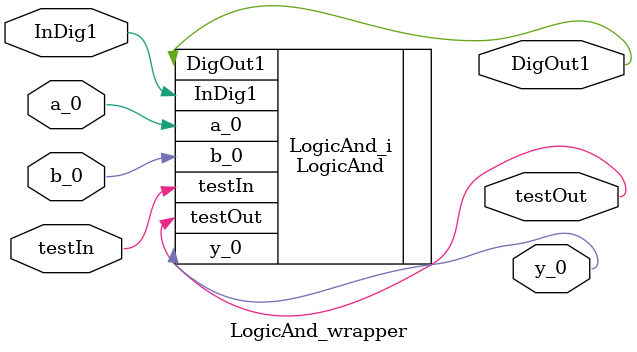
<source format=v>
`timescale 1 ps / 1 ps

module LogicAnd_wrapper
   (DigOut1,
    InDig1,
    a_0,
    b_0,
    testIn,
    testOut,
    y_0);
  output DigOut1;
  input InDig1;
  input a_0;
  input b_0;
  input testIn;
  output testOut;
  output y_0;

  wire DigOut1;
  wire InDig1;
  wire a_0;
  wire b_0;
  wire testIn;
  wire testOut;
  wire y_0;

  LogicAnd LogicAnd_i
       (.DigOut1(DigOut1),
        .InDig1(InDig1),
        .a_0(a_0),
        .b_0(b_0),
        .testIn(testIn),
        .testOut(testOut),
        .y_0(y_0));
endmodule

</source>
